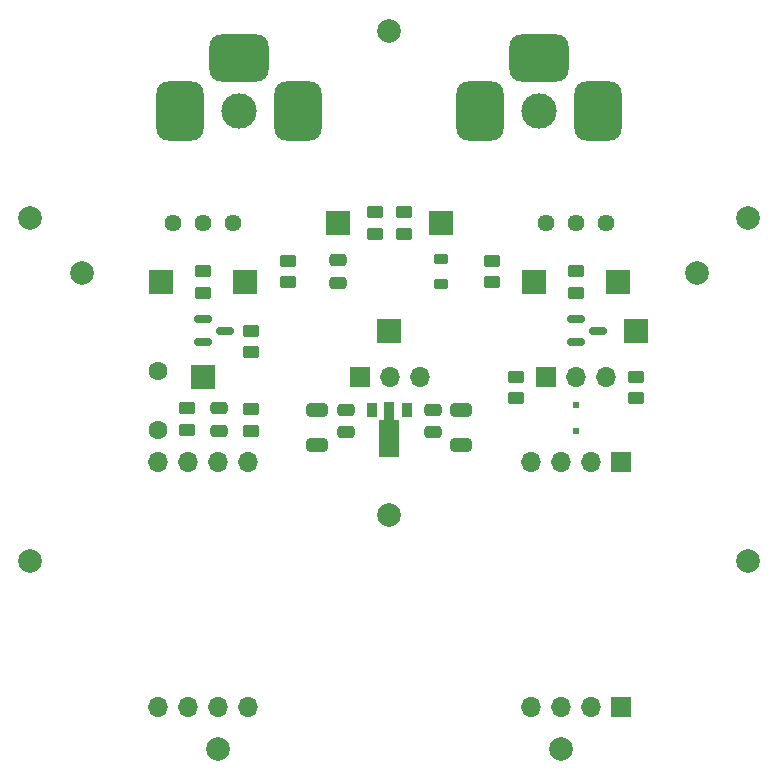
<source format=gbs>
%TF.GenerationSoftware,KiCad,Pcbnew,(6.0.1)*%
%TF.CreationDate,2022-01-31T14:39:12-05:00*%
%TF.ProjectId,C64-Composite-Modulator,4336342d-436f-46d7-906f-736974652d4d,0825*%
%TF.SameCoordinates,Original*%
%TF.FileFunction,Soldermask,Bot*%
%TF.FilePolarity,Negative*%
%FSLAX46Y46*%
G04 Gerber Fmt 4.6, Leading zero omitted, Abs format (unit mm)*
G04 Created by KiCad (PCBNEW (6.0.1)) date 2022-01-31 14:39:12*
%MOMM*%
%LPD*%
G01*
G04 APERTURE LIST*
G04 Aperture macros list*
%AMRoundRect*
0 Rectangle with rounded corners*
0 $1 Rounding radius*
0 $2 $3 $4 $5 $6 $7 $8 $9 X,Y pos of 4 corners*
0 Add a 4 corners polygon primitive as box body*
4,1,4,$2,$3,$4,$5,$6,$7,$8,$9,$2,$3,0*
0 Add four circle primitives for the rounded corners*
1,1,$1+$1,$2,$3*
1,1,$1+$1,$4,$5*
1,1,$1+$1,$6,$7*
1,1,$1+$1,$8,$9*
0 Add four rect primitives between the rounded corners*
20,1,$1+$1,$2,$3,$4,$5,0*
20,1,$1+$1,$4,$5,$6,$7,0*
20,1,$1+$1,$6,$7,$8,$9,0*
20,1,$1+$1,$8,$9,$2,$3,0*%
%AMFreePoly0*
4,1,9,3.862500,-0.866500,0.737500,-0.866500,0.737500,-0.450000,-0.737500,-0.450000,-0.737500,0.450000,0.737500,0.450000,0.737500,0.866500,3.862500,0.866500,3.862500,-0.866500,3.862500,-0.866500,$1*%
G04 Aperture macros list end*
%ADD10R,2.000000X2.000000*%
%ADD11C,1.440000*%
%ADD12RoundRect,1.000000X-1.000000X1.500000X-1.000000X-1.500000X1.000000X-1.500000X1.000000X1.500000X0*%
%ADD13RoundRect,1.000000X-1.500000X1.000000X-1.500000X-1.000000X1.500000X-1.000000X1.500000X1.000000X0*%
%ADD14C,3.000000*%
%ADD15R,1.700000X1.700000*%
%ADD16O,1.700000X1.700000*%
%ADD17C,1.600000*%
%ADD18C,2.000000*%
%ADD19RoundRect,0.250000X-0.450000X0.262500X-0.450000X-0.262500X0.450000X-0.262500X0.450000X0.262500X0*%
%ADD20RoundRect,0.250000X-0.475000X0.250000X-0.475000X-0.250000X0.475000X-0.250000X0.475000X0.250000X0*%
%ADD21R,0.900000X1.300000*%
%ADD22FreePoly0,270.000000*%
%ADD23RoundRect,0.150000X-0.587500X-0.150000X0.587500X-0.150000X0.587500X0.150000X-0.587500X0.150000X0*%
%ADD24R,0.500000X0.500000*%
%ADD25RoundRect,0.218750X-0.381250X0.218750X-0.381250X-0.218750X0.381250X-0.218750X0.381250X0.218750X0*%
%ADD26RoundRect,0.250000X-0.650000X0.325000X-0.650000X-0.325000X0.650000X-0.325000X0.650000X0.325000X0*%
G04 APERTURE END LIST*
D10*
X145108200Y-91327950D03*
X136455800Y-91327950D03*
X128522000Y-96327950D03*
D11*
X154042000Y-91327950D03*
X156582000Y-91327950D03*
X159122000Y-91327950D03*
D12*
X133082000Y-81874450D03*
D13*
X128082000Y-77374450D03*
D12*
X123082000Y-81874450D03*
D14*
X128082000Y-81874450D03*
D11*
X127522000Y-91327950D03*
X124982000Y-91327950D03*
X122442000Y-91327950D03*
D15*
X154067000Y-104327950D03*
D16*
X156607000Y-104327950D03*
X159147000Y-104327950D03*
D14*
X153482001Y-81874450D03*
D12*
X158482001Y-81874450D03*
D13*
X153482001Y-77374450D03*
D12*
X148482001Y-81874450D03*
D10*
X124982000Y-104327950D03*
X121422000Y-96327950D03*
X160142000Y-96327950D03*
X153042000Y-96327950D03*
D17*
X121162000Y-103840450D03*
X121162000Y-108840450D03*
D15*
X160422000Y-132327950D03*
D16*
X157862000Y-132327950D03*
X155322000Y-132327950D03*
X152782000Y-132327950D03*
X128782000Y-132327950D03*
X126242000Y-132327950D03*
X123702000Y-132327950D03*
X121162000Y-132327950D03*
D18*
X171182000Y-90927950D03*
X171182000Y-119927950D03*
X126282000Y-135827950D03*
X110382000Y-90927950D03*
X110382000Y-119927950D03*
X155282000Y-135827950D03*
D10*
X140782000Y-100427950D03*
D15*
X160422000Y-111527950D03*
D16*
X157862000Y-111527950D03*
X155322000Y-111527950D03*
X152782000Y-111527950D03*
X128782000Y-111527950D03*
X126242000Y-111527950D03*
X123702000Y-111527950D03*
X121162000Y-111527950D03*
D18*
X140782000Y-75027950D03*
X114782000Y-95527950D03*
X140782000Y-116027950D03*
X166782000Y-95527950D03*
D10*
X161687000Y-100427950D03*
D15*
X138257000Y-104327950D03*
D16*
X140797000Y-104327950D03*
X143337000Y-104327950D03*
D19*
X139523266Y-90415450D03*
X139523266Y-92240450D03*
X161687000Y-104327950D03*
X161687000Y-106152950D03*
X129072000Y-107090450D03*
X129072000Y-108915450D03*
D20*
X136455800Y-94485450D03*
X136455800Y-96385450D03*
D19*
X132189500Y-94502950D03*
X132189500Y-96327950D03*
X149499500Y-94502950D03*
X149499500Y-96327950D03*
D21*
X139282000Y-107147950D03*
D22*
X140782000Y-107235450D03*
D21*
X142282000Y-107147950D03*
D20*
X126348666Y-107015450D03*
X126348666Y-108915450D03*
D23*
X124982000Y-101377950D03*
X124982000Y-99477950D03*
X126857000Y-100427950D03*
X156592000Y-101377950D03*
X156592000Y-99477950D03*
X158467000Y-100427950D03*
D24*
X156592000Y-108947950D03*
X156592000Y-106747950D03*
D19*
X142040732Y-90415450D03*
X142040732Y-92240450D03*
X129072000Y-100427950D03*
X129072000Y-102252950D03*
X151527000Y-104327950D03*
X151527000Y-106152950D03*
X156592000Y-95415450D03*
X156592000Y-97240450D03*
D25*
X145108200Y-94372950D03*
X145108200Y-96497950D03*
D19*
X124982000Y-95415450D03*
X124982000Y-97240450D03*
D26*
X134682000Y-107147950D03*
X134682000Y-110097950D03*
D19*
X123625333Y-107015450D03*
X123625333Y-108840450D03*
D26*
X146882000Y-107147950D03*
X146882000Y-110097950D03*
D20*
X144482000Y-107147950D03*
X144482000Y-109047950D03*
X137082000Y-107147950D03*
X137082000Y-109047950D03*
M02*

</source>
